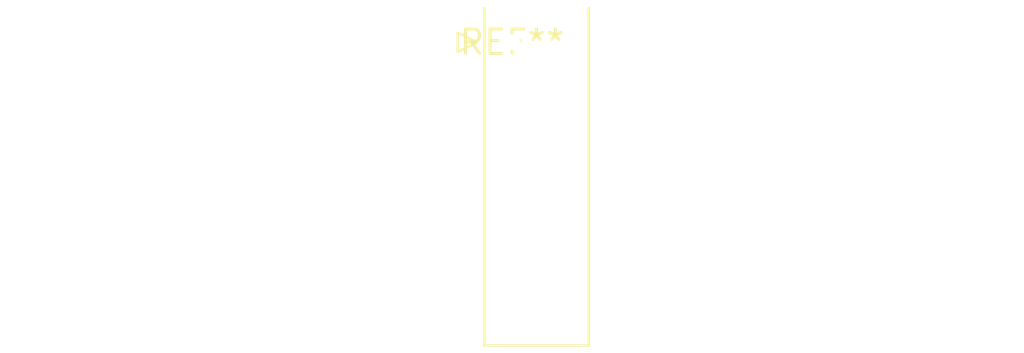
<source format=kicad_pcb>
(kicad_pcb (version 20240108) (generator pcbnew)
  (layers (0 "F.Cu" signal) (31 "B.Cu" signal) (34 "B.Paste" user) (35 "F.Paste" user) (36 "B.SilkS" user "B.Silkscreen") (37 "F.SilkS" user "F.Silkscreen") (38 "B.Mask" user) (39 "F.Mask" user) (44 "Edge.Cuts" user))
  (net 0 "")
  (footprint "TE_Micro-MaTch_1-215079-2_2x06_P1.27mm_Vertical" (layer "F.Cu") (at 0 0)
    (property "Reference" "REF**")
    (property "Value" "TE_Micro-MaTch_1-215079-2_2x06_P1.27mm_Vertical")
    (fp_line (start -2.83 -0.5) (end -1.83 0) (layer "F.SilkS") (stroke (width 0.12)))
    (fp_line (start -2.83 0.5) (end -2.83 -0.5) (layer "F.SilkS") (stroke (width 0.12)))
    (fp_line (start -1.83 0) (end -2.83 0.5) (layer "F.SilkS") (stroke (width 0.12)))
    (fp_line (start -1.44 -1.775) (end -1.44 15.745) (layer "F.SilkS") (stroke (width 0.12)))
    (fp_line (start -1.44 15.745) (end 3.98 15.745) (layer "F.SilkS") (stroke (width 0.12)))
    (fp_line (start 3.98 15.745) (end 3.98 -1.775) (layer "F.SilkS") (stroke (width 0.12)))
    (pad "" np_thru_hole circle (at 1.8 -1.4) (size 1.5 1.5) (drill 1.5) (layers *.Cu *.Mask))
    (pad "1" thru_hole rect (at 0 0) (size 1.3 1.3) (drill 0.8) (layers *.Cu *.Mask) (remove_unused_layers))
    (pad "2" thru_hole circle (at 2.54 1.27) (size 1.3 1.3) (drill 0.8) (layers *.Cu *.Mask) (remove_unused_layers))
    (pad "3" thru_hole circle (at 0 2.54) (size 1.3 1.3) (drill 0.8) (layers *.Cu *.Mask) (remove_unused_layers))
    (pad "4" thru_hole circle (at 2.54 3.81) (size 1.3 1.3) (drill 0.8) (layers *.Cu *.Mask) (remove_unused_layers))
    (pad "5" thru_hole circle (at 0 5.08) (size 1.3 1.3) (drill 0.8) (layers *.Cu *.Mask) (remove_unused_layers))
    (pad "6" thru_hole circle (at 2.54 6.35) (size 1.3 1.3) (drill 0.8) (layers *.Cu *.Mask) (remove_unused_layers))
    (pad "7" thru_hole circle (at 0 7.62) (size 1.3 1.3) (drill 0.8) (layers *.Cu *.Mask) (remove_unused_layers))
    (pad "8" thru_hole circle (at 2.54 8.89) (size 1.3 1.3) (drill 0.8) (layers *.Cu *.Mask) (remove_unused_layers))
    (pad "9" thru_hole circle (at 0 10.16) (size 1.3 1.3) (drill 0.8) (layers *.Cu *.Mask) (remove_unused_layers))
    (pad "10" thru_hole circle (at 2.54 11.43) (size 1.3 1.3) (drill 0.8) (layers *.Cu *.Mask) (remove_unused_layers))
    (pad "11" thru_hole circle (at 0 12.7) (size 1.3 1.3) (drill 0.8) (layers *.Cu *.Mask) (remove_unused_layers))
    (pad "12" thru_hole circle (at 2.54 13.97) (size 1.3 1.3) (drill 0.8) (layers *.Cu *.Mask) (remove_unused_layers))
  )
)
</source>
